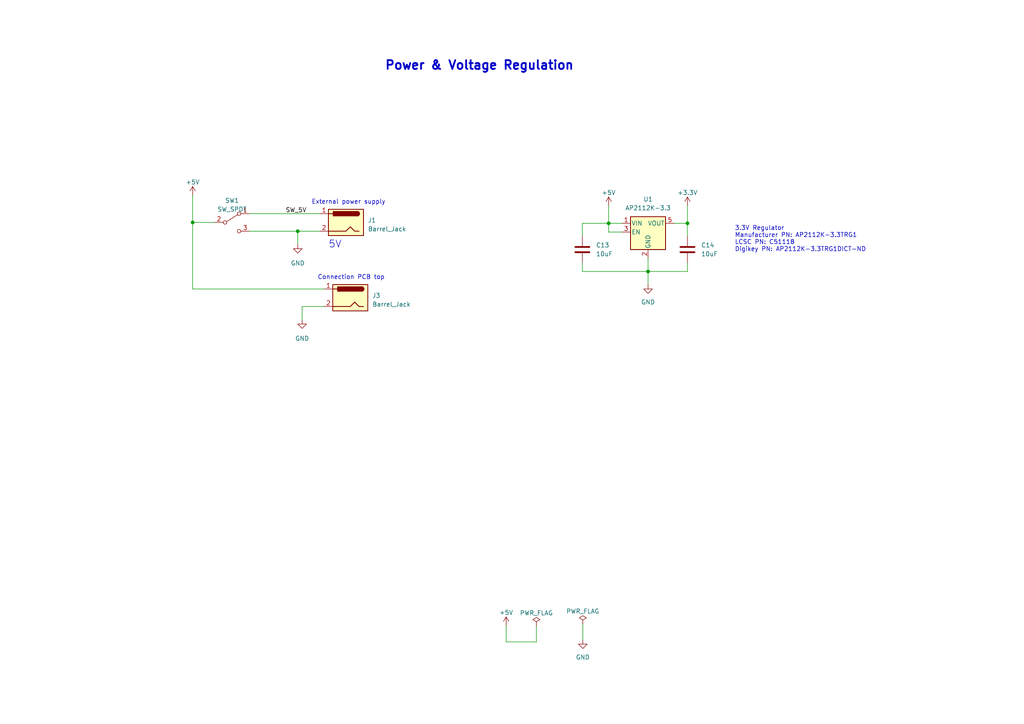
<source format=kicad_sch>
(kicad_sch (version 20250114) (generator "eeschema") (generator_version "9.0")
  (paper "A4")
  (title_block (title "12-12 NI G4.1 Arena Modular LED Display") (date "2025-08-06") (rev "v8.4") (company "IORodeo for Reiserlab @ Janelia"))
  (lib_symbols
    (symbol "Connector:Barrel_Jack" (pin_names (offset 1.016))
      (property "Reference" "J" (at 0 5.334 0))
      (property "Value" "Barrel_Jack" (at 0 -5.08 0))
      (symbol "Barrel_Jack_0_1"
        (rectangle (start -5.08 3.81) (end 5.08 -3.81) (stroke (width 0.254)) (fill (type background)))
        (polyline (pts (xy -3.81 -2.54) (xy -2.54 -2.54) (xy -1.27 -1.27) (xy 0 -2.54) (xy 2.54 -2.54) (xy 5.08 -2.54)) (stroke (width 0.254)))
        (arc (start -3.302 1.905) (mid -3.9343 2.54) (end -3.302 3.175) (stroke (width 0.254)))
        (arc (start -3.302 1.905) (mid -3.9343 2.54) (end -3.302 3.175) (stroke (width 0.254)) (fill (type outline)))
        (rectangle (start 3.683 3.175) (end -3.302 1.905) (stroke (width 0.254)) (fill (type outline)))
        (polyline (pts (xy 5.08 2.54) (xy 3.81 2.54)) (stroke (width 0.254)))
      )
      (symbol "Barrel_Jack_1_1"
        (pin passive line (at 7.62 2.54 180) (length 2.54) (name "~") (number "1"))
        (pin passive line (at 7.62 -2.54 180) (length 2.54) (name "~") (number "2"))
      )
    )
    (symbol "Device:C" (pin_numbers (hide yes)) (pin_names (offset 0.254))
      (property "Reference" "C" (at 0.635 2.54 0))
      (property "Value" "C" (at 0.635 -2.54 0))
      (symbol "C_0_1"
        (polyline (pts (xy -2.032 0.762) (xy 2.032 0.762)) (stroke (width 0.508)))
        (polyline (pts (xy -2.032 -0.762) (xy 2.032 -0.762)) (stroke (width 0.508)))
      )
      (symbol "C_1_1"
        (pin passive line (at 0 3.81 270) (length 2.794) (name "~") (number "1"))
        (pin passive line (at 0 -3.81 90) (length 2.794) (name "~") (number "2"))
      )
    )
    (symbol "Regulator_Linear:AP2112K-3.3" (pin_names (offset 0.254))
      (property "Reference" "U" (at -5.08 5.715 0))
      (property "Value" "AP2112K-3.3" (at 0 5.715 0))
      (symbol "AP2112K-3.3_0_1"
        (rectangle (start -5.08 4.445) (end 5.08 -5.08) (stroke (width 0.254)) (fill (type background)))
      )
      (symbol "AP2112K-3.3_1_1"
        (pin power_in line (at -7.62 2.54 0) (length 2.54) (name "VIN") (number "1"))
        (pin input line (at -7.62 0 0) (length 2.54) (name "EN") (number "3"))
        (pin power_in line (at 0 -7.62 90) (length 2.54) (name "GND") (number "2"))
        (pin no_connect line (at 5.08 0 180) (length 2.54) (hide yes) (name "NC") (number "4"))
        (pin power_out line (at 7.62 2.54 180) (length 2.54) (name "VOUT") (number "5"))
      )
    )
    (symbol "Switch:SW_SPDT" (pin_names (offset 0) (hide yes))
      (property "Reference" "SW" (at 0 4.318 0))
      (property "Value" "SW_SPDT" (at 0 -5.08 0))
      (symbol "SW_SPDT_0_0"
        (circle (center -2.032 0) (radius 0.508))
        (circle (center 2.032 -2.54) (radius 0.508))
      )
      (symbol "SW_SPDT_0_1"
        (polyline (pts (xy -1.524 0.254) (xy 1.651 2.286)))
        (circle (center 2.032 2.54) (radius 0.508))
      )
      (symbol "SW_SPDT_1_1"
        (pin passive line (at -5.08 0 0) (length 2.54) (name "B") (number "2"))
        (pin passive line (at 5.08 2.54 180) (length 2.54) (name "A") (number "1"))
        (pin passive line (at 5.08 -2.54 180) (length 2.54) (name "C") (number "3"))
      )
    )
    (symbol "power:+3.3V" (power) (pin_names (offset 0))
      (property "Value" "+3.3V" (at 0 3.556 0))
      (symbol "+3.3V_0_1"
        (polyline (pts (xy -0.762 1.27) (xy 0 2.54)))
        (polyline (pts (xy 0 2.54) (xy 0.762 1.27)))
        (polyline (pts (xy 0 0) (xy 0 2.54)))
      )
      (symbol "+3.3V_1_1"
        (pin power_in line (at 0 0 90) (length 0) (hide yes) (name "+3.3V") (number "1"))
      )
    )
    (symbol "power:+5V" (power) (pin_names (offset 0))
      (property "Value" "+5V" (at 0 3.556 0))
      (symbol "+5V_0_1"
        (polyline (pts (xy -0.762 1.27) (xy 0 2.54)))
        (polyline (pts (xy 0 2.54) (xy 0.762 1.27)))
        (polyline (pts (xy 0 0) (xy 0 2.54)))
      )
      (symbol "+5V_1_1"
        (pin power_in line (at 0 0 90) (length 0) (hide yes) (name "+5V") (number "1"))
      )
    )
    (symbol "power:GND" (power) (pin_names (offset 0))
      (property "Value" "GND" (at 0 -3.81 0))
      (symbol "GND_0_1"
        (polyline (pts (xy 0 0) (xy 0 -1.27) (xy 1.27 -1.27) (xy 0 -2.54) (xy -1.27 -1.27) (xy 0 -1.27)))
      )
      (symbol "GND_1_1"
        (pin power_in line (at 0 0 270) (length 0) (hide yes) (name "GND") (number "1"))
      )
    )
    (symbol "power:PWR_FLAG" (power) (pin_numbers (hide yes)) (pin_names (offset 0) (hide yes))
      (property "Value" "PWR_FLAG" (at 0 3.81 0))
      (symbol "PWR_FLAG_0_0"
        (pin power_out line (at 0 0 90) (length 0) (name "pwr") (number "1"))
      )
      (symbol "PWR_FLAG_0_1"
        (polyline (pts (xy 0 0) (xy 0 1.27) (xy -1.016 1.905) (xy 0 2.54) (xy 1.016 1.905) (xy 0 1.27)))
      )
    )
  )
  (text "5V" (at 95.25 72.136 0) (effects (font (size 2.032 2.032)) (justify left bottom)))
  (text "External power supply" (at 101.092 58.674 0) (effects (font (size 1.27 1.27))))
  (text "3.3V Regulator\nManufacturer PN: AP2112K-3.3TRG1\nLCSC PN: C51118\nDigikey PN: AP2112K-3.3TRG1DICT-ND " (at 213.106 73.152 0) (effects (font (size 1.27 1.27)) (justify left bottom)))
  (text "Power & Voltage Regulation" (at 111.506 20.574 0) (effects (font (size 2.54 2.54) (thickness 0.508) (bold yes)) (justify left bottom)))
  (text "Connection PCB top" (at 101.854 80.518 0) (effects (font (size 1.27 1.27))))
  (junction (at 199.39 64.77))
  (junction (at 176.53 64.77))
  (junction (at 187.96 78.74))
  (junction (at 55.88 64.516))
  (junction (at 86.36 67.056))
  (wire (pts (xy 168.91 64.77) (xy 168.91 68.58)))
  (wire (pts (xy 62.23 64.516) (xy 55.88 64.516)))
  (wire (pts (xy 87.63 88.9) (xy 87.63 92.71)))
  (wire (pts (xy 55.88 64.516) (xy 55.88 83.82)))
  (wire (pts (xy 176.53 59.69) (xy 176.53 64.77)))
  (wire (pts (xy 55.88 56.642) (xy 55.88 64.516)))
  (wire (pts (xy 176.53 64.77) (xy 168.91 64.77)))
  (wire (pts (xy 199.39 76.2) (xy 199.39 78.74)))
  (wire (pts (xy 146.812 181.483) (xy 146.812 186.182)))
  (wire (pts (xy 169.037 181.102) (xy 169.037 185.547)))
  (wire (pts (xy 155.575 181.61) (xy 155.575 186.182)))
  (wire (pts (xy 180.34 67.31) (xy 176.53 67.31)))
  (wire (pts (xy 199.39 78.74) (xy 187.96 78.74)))
  (wire (pts (xy 187.96 78.74) (xy 187.96 74.93)))
  (wire (pts (xy 168.91 78.74) (xy 187.96 78.74)))
  (wire (pts (xy 187.96 78.74) (xy 187.96 82.55)))
  (wire (pts (xy 155.575 186.182) (xy 146.812 186.182)))
  (wire (pts (xy 168.91 76.2) (xy 168.91 78.74)))
  (wire (pts (xy 93.98 88.9) (xy 87.63 88.9)))
  (wire (pts (xy 176.53 67.31) (xy 176.53 64.77)))
  (wire (pts (xy 180.34 64.77) (xy 176.53 64.77)))
  (wire (pts (xy 55.88 83.82) (xy 93.98 83.82)))
  (wire (pts (xy 86.36 67.056) (xy 86.36 70.866)))
  (wire (pts (xy 199.39 64.77) (xy 199.39 68.58)))
  (wire (pts (xy 72.39 67.056) (xy 86.36 67.056)))
  (wire (pts (xy 72.39 61.976) (xy 92.71 61.976)))
  (wire (pts (xy 199.39 59.69) (xy 199.39 64.77)))
  (wire (pts (xy 86.36 67.056) (xy 92.71 67.056)))
  (wire (pts (xy 195.58 64.77) (xy 199.39 64.77)))
  (label "SW_5V" (at 82.804 61.976 0))
  (symbol (lib_id "Device:C") (at 199.39 72.39 0) (unit 1)
    (property "Reference" "C14" (at 203.327 71.1199 0) (effects (justify left)))
    (property "Value" "10uF" (at 203.327 73.6599 0) (effects (justify left)))
    (property "Footprint" "Capacitor_SMD:C_1206_3216Metric" (effects (hide yes)))
    (property "Datasheet" "https://www.lcsc.com/datasheet/lcsc_datasheet_2410121551_TDK-C3216X7R1C106KT000N_C342827.pdf" (effects (hide yes)))
    (property "LCSC Part #" "C342827" (effects (hide yes)))
    (property "MPN" "C3216X7R1C106KT000N " (effects (hide yes)))
  )
  (symbol (lib_id "power:+5V") (at 176.53 59.69 0) (unit 1)
    (property "Reference" "#PWR06" (effects (hide yes)))
    (property "Value" "+5V" (at 176.53 55.88 0))
  )
  (symbol (lib_id "power:+5V") (at 146.812 181.483 0) (unit 1)
    (property "Reference" "#PWR074" (effects (hide yes)))
    (property "Value" "+5V" (at 146.812 177.673 0))
  )
  (symbol (lib_id "power:+5V") (at 55.88 56.642 0) (unit 1)
    (property "Reference" "#PWR04" (effects (hide yes)))
    (property "Value" "+5V" (at 55.88 52.832 0))
  )
  (symbol (lib_id "power:+3.3V") (at 199.39 59.69 0) (mirror y) (unit 1)
    (property "Reference" "#PWR016" (effects (hide yes)))
    (property "Value" "+3.3V" (at 199.39 55.88 0))
  )
  (symbol (lib_id "Connector:Barrel_Jack") (at 100.33 64.516 0) (mirror y) (unit 1)
    (property "Reference" "J1" (at 106.68 63.881 0) (effects (justify right)))
    (property "Value" "Barrel_Jack" (at 106.68 66.421 0) (effects (justify right)))
    (property "Footprint" "arena_custom:DCJACK_2PIN_HIGHCURRENT" (effects (hide yes)))
    (property "Datasheet" "https://datasheet.octopart.com/PJ-063AH-Same-Sky-datasheet-181917378.pdf" (effects (hide yes)))
    (property "Digikey PN" "CP-063AH-ND" (effects (hide yes)))
    (property "LCSC Part #" "C2928097" (effects (hide yes)))
    (property "MPN" "PJ-063AH" (effects (hide yes)))
  )
  (symbol (lib_id "power:GND") (at 187.96 82.55 0) (unit 1)
    (property "Reference" "#PWR07" (effects (hide yes)))
    (property "Value" "GND" (at 187.96 87.63 0))
  )
  (symbol (lib_id "Switch:SW_SPDT") (at 67.31 64.516 0) (unit 1)
    (property "Reference" "SW1" (at 67.31 58.166 0))
    (property "Value" "SW_SPDT" (at 67.31 60.706 0))
    (property "Footprint" "arena_custom:slide_switch" (effects (hide yes)))
    (property "Datasheet" "https://datasheet.octopart.com/L102021ML04Q-C%26K-Components-datasheet-62111167.pdf" (effects (hide yes)))
    (property "Digikey PN" "CKC5102-ND" (effects (hide yes)))
    (property "LCSC Part #" "C2798743" (effects (hide yes)))
    (property "MPN" "L102021ML04Q" (effects (hide yes)))
  )
  (symbol (lib_id "power:GND") (at 86.36 70.866 0) (unit 1)
    (property "Reference" "#PWR077" (effects (hide yes)))
    (property "Value" "GND" (at 86.36 76.327 0))
  )
  (symbol (lib_id "power:PWR_FLAG") (at 169.037 181.102 0) (unit 1)
    (property "Reference" "#FLG03" (effects (hide yes)))
    (property "Value" "PWR_FLAG" (at 169.037 177.292 0))
  )
  (symbol (lib_id "power:PWR_FLAG") (at 155.575 181.61 0) (unit 1)
    (property "Reference" "#FLG01" (effects (hide yes)))
    (property "Value" "PWR_FLAG" (at 155.575 177.8 0))
  )
  (symbol (lib_id "power:GND") (at 87.63 92.71 0) (unit 1)
    (property "Reference" "#PWR049" (effects (hide yes)))
    (property "Value" "GND" (at 87.63 98.171 0))
  )
  (symbol (lib_id "power:GND") (at 169.037 185.547 0) (unit 1)
    (property "Reference" "#PWR013" (effects (hide yes)))
    (property "Value" "GND" (at 169.037 190.627 0))
  )
  (symbol (lib_id "Connector:Barrel_Jack") (at 101.6 86.36 0) (mirror y) (unit 1)
    (property "Reference" "J3" (at 107.95 85.725 0) (effects (justify right)))
    (property "Value" "Barrel_Jack" (at 107.95 88.265 0) (effects (justify right)))
    (property "Footprint" "arena_custom:DCJACK_2PIN_HIGHCURRENT" (effects (hide yes)))
    (property "Datasheet" "https://datasheet.octopart.com/PJ-063AH-Same-Sky-datasheet-181917378.pdf" (effects (hide yes)))
    (property "Digikey PN" "CP-063AH-ND" (effects (hide yes)))
    (property "LCSC Part #" "C2928097" (effects (hide yes)))
    (property "MPN" "PJ-063AH" (effects (hide yes)))
  )
  (symbol (lib_id "Device:C") (at 168.91 72.39 0) (unit 1)
    (property "Reference" "C13" (at 172.847 71.1199 0) (effects (justify left)))
    (property "Value" "10uF" (at 172.847 73.6599 0) (effects (justify left)))
    (property "Footprint" "Capacitor_SMD:C_1206_3216Metric" (effects (hide yes)))
    (property "Datasheet" "https://www.lcsc.com/datasheet/lcsc_datasheet_2410121551_TDK-C3216X7R1C106KT000N_C342827.pdf" (effects (hide yes)))
    (property "LCSC Part #" "C342827" (effects (hide yes)))
    (property "MPN" "C3216X7R1C106KT000N " (effects (hide yes)))
  )
  (symbol (lib_id "Regulator_Linear:AP2112K-3.3") (at 187.96 67.31 0) (unit 1)
    (property "Reference" "U1" (at 187.96 57.785 0))
    (property "Value" "AP2112K-3.3" (at 187.96 60.325 0))
    (property "Footprint" "Package_TO_SOT_SMD:SOT-23-5" (effects (hide yes)))
    (property "Datasheet" "https://www.diodes.com/assets/Datasheets/AP2112.pdf" (effects (hide yes)))
    (property "Digikey PN" "AP2112K-3.3TRG1DICT-ND" (effects (hide yes)))
    (property "LCSC Part #" "C51118" (effects (hide yes)))
    (property "MPN" "AP2112K-3.3TRG1" (effects (hide yes)))
  )
)
</source>
